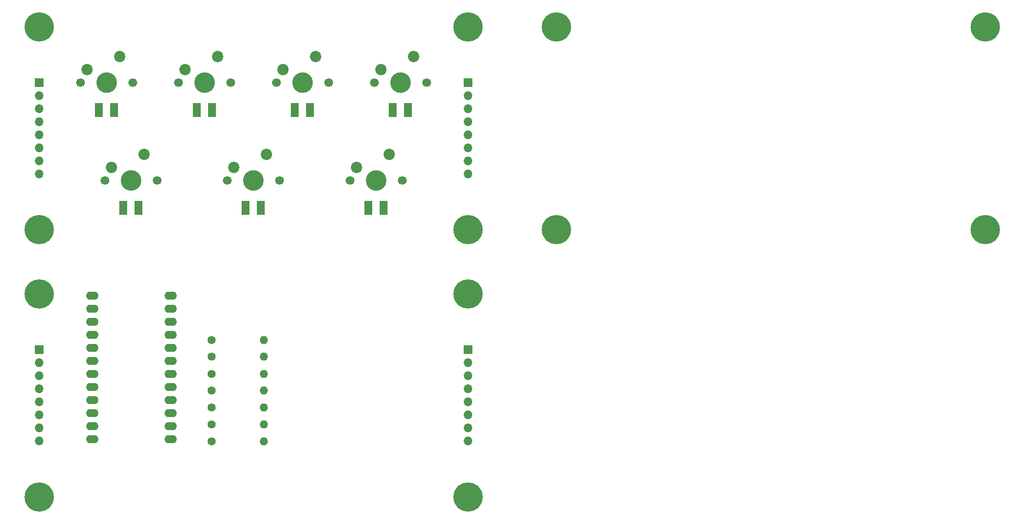
<source format=gbr>
%TF.GenerationSoftware,KiCad,Pcbnew,7.0.8*%
%TF.CreationDate,2023-10-31T17:03:34+08:00*%
%TF.ProjectId,MacroKeypad,4d616372-6f4b-4657-9970-61642e6b6963,rev?*%
%TF.SameCoordinates,Original*%
%TF.FileFunction,Soldermask,Bot*%
%TF.FilePolarity,Negative*%
%FSLAX46Y46*%
G04 Gerber Fmt 4.6, Leading zero omitted, Abs format (unit mm)*
G04 Created by KiCad (PCBNEW 7.0.8) date 2023-10-31 17:03:34*
%MOMM*%
%LPD*%
G01*
G04 APERTURE LIST*
%ADD10C,1.700000*%
%ADD11C,4.000000*%
%ADD12C,2.200000*%
%ADD13R,1.524000X2.700000*%
%ADD14C,3.600000*%
%ADD15C,5.700000*%
%ADD16C,1.600000*%
%ADD17O,1.600000X1.600000*%
%ADD18R,1.700000X1.700000*%
%ADD19O,1.700000X1.700000*%
%ADD20O,2.400000X1.600000*%
G04 APERTURE END LIST*
D10*
%TO.C,SW2*%
X90170000Y-53340000D03*
D11*
X95250000Y-53340000D03*
D10*
X100330000Y-53340000D03*
D12*
X97790000Y-48260000D03*
X91440000Y-50800000D03*
D13*
X93725500Y-58694000D03*
X96700500Y-58694000D03*
%TD*%
D14*
%TO.C,REF\u002A\u002A*%
X63063000Y-81989000D03*
D15*
X63063000Y-81989000D03*
%TD*%
D16*
%TO.C,R6*%
X96660000Y-106684000D03*
D17*
X106820000Y-106684000D03*
%TD*%
D14*
%TO.C,REF\u002A\u002A*%
X146463000Y-42489000D03*
D15*
X146463000Y-42489000D03*
%TD*%
D10*
%TO.C,SW4*%
X128270000Y-53340000D03*
D11*
X133350000Y-53340000D03*
D10*
X138430000Y-53340000D03*
D12*
X135890000Y-48260000D03*
X129540000Y-50800000D03*
D13*
X131825500Y-58694000D03*
X134800500Y-58694000D03*
%TD*%
D14*
%TO.C,REF\u002A\u002A*%
X146463000Y-133989000D03*
D15*
X146463000Y-133989000D03*
%TD*%
D14*
%TO.C,REF\u002A\u002A*%
X247039000Y-81989000D03*
D15*
X247039000Y-81989000D03*
%TD*%
D14*
%TO.C,REF\u002A\u002A*%
X146463000Y-81989000D03*
D15*
X146463000Y-81989000D03*
%TD*%
D14*
%TO.C,REF\u002A\u002A*%
X63063000Y-133989000D03*
D15*
X63063000Y-133989000D03*
%TD*%
D14*
%TO.C,REF\u002A\u002A*%
X63063000Y-42489000D03*
D15*
X63063000Y-42489000D03*
%TD*%
D16*
%TO.C,R5*%
X96660000Y-110018000D03*
D17*
X106820000Y-110018000D03*
%TD*%
D10*
%TO.C,SW1*%
X71120000Y-53340000D03*
D11*
X76200000Y-53340000D03*
D10*
X81280000Y-53340000D03*
D12*
X78740000Y-48260000D03*
X72390000Y-50800000D03*
D13*
X74675500Y-58694000D03*
X77650500Y-58694000D03*
%TD*%
D14*
%TO.C,REF\u002A\u002A*%
X163639000Y-42489000D03*
D15*
X163639000Y-42489000D03*
%TD*%
D10*
%TO.C,SW5*%
X75876000Y-72390000D03*
D11*
X80956000Y-72390000D03*
D10*
X86036000Y-72390000D03*
D12*
X83496000Y-67310000D03*
X77146000Y-69850000D03*
D13*
X79431500Y-77744000D03*
X82406500Y-77744000D03*
%TD*%
D14*
%TO.C,REF\u002A\u002A*%
X247039000Y-42489000D03*
D15*
X247039000Y-42489000D03*
%TD*%
D16*
%TO.C,R7*%
X96660000Y-103438000D03*
D17*
X106820000Y-103438000D03*
%TD*%
D10*
%TO.C,SW3*%
X109220000Y-53340000D03*
D11*
X114300000Y-53340000D03*
D10*
X119380000Y-53340000D03*
D12*
X116840000Y-48260000D03*
X110490000Y-50800000D03*
D13*
X112775500Y-58694000D03*
X115750500Y-58694000D03*
%TD*%
D16*
%TO.C,R3*%
X96660000Y-116598000D03*
D17*
X106820000Y-116598000D03*
%TD*%
D14*
%TO.C,REF\u002A\u002A*%
X63063000Y-94489000D03*
D15*
X63063000Y-94489000D03*
%TD*%
D18*
%TO.C,J4*%
X146463000Y-105340000D03*
D19*
X146463000Y-107880000D03*
X146463000Y-110420000D03*
X146463000Y-112960000D03*
X146463000Y-115500000D03*
X146463000Y-118040000D03*
X146463000Y-120580000D03*
X146463000Y-123120000D03*
%TD*%
D14*
%TO.C,REF\u002A\u002A*%
X146463000Y-94489000D03*
D15*
X146463000Y-94489000D03*
%TD*%
D18*
%TO.C,J2*%
X63063000Y-105340000D03*
D19*
X63063000Y-107880000D03*
X63063000Y-110420000D03*
X63063000Y-112960000D03*
X63063000Y-115500000D03*
X63063000Y-118040000D03*
X63063000Y-120580000D03*
X63063000Y-123120000D03*
%TD*%
D16*
%TO.C,R1*%
X96660000Y-123178000D03*
D17*
X106820000Y-123178000D03*
%TD*%
D10*
%TO.C,SW6*%
X99688000Y-72390000D03*
D11*
X104768000Y-72390000D03*
D10*
X109848000Y-72390000D03*
D12*
X107308000Y-67310000D03*
X100958000Y-69850000D03*
D13*
X103243500Y-77744000D03*
X106218500Y-77744000D03*
%TD*%
D14*
%TO.C,REF\u002A\u002A*%
X163639000Y-81989000D03*
D15*
X163639000Y-81989000D03*
%TD*%
D20*
%TO.C,U1*%
X73443000Y-94811500D03*
X73443000Y-97351500D03*
X73443000Y-99891500D03*
X73443000Y-102431500D03*
X73443000Y-104971500D03*
X73443000Y-107511500D03*
X73443000Y-110051500D03*
X73443000Y-112591500D03*
X73443000Y-115131500D03*
X73443000Y-117671500D03*
X73443000Y-120211500D03*
X73443000Y-122751500D03*
X88683000Y-122751500D03*
X88683000Y-120211500D03*
X88683000Y-117671500D03*
X88683000Y-115131500D03*
X88683000Y-112591500D03*
X88683000Y-110051500D03*
X88683000Y-107511500D03*
X88683000Y-104971500D03*
X88683000Y-102431500D03*
X88683000Y-99891500D03*
X88683000Y-97351500D03*
X88683000Y-94811500D03*
%TD*%
D10*
%TO.C,SW7*%
X123501000Y-72390000D03*
D11*
X128581000Y-72390000D03*
D10*
X133661000Y-72390000D03*
D12*
X131121000Y-67310000D03*
X124771000Y-69850000D03*
D13*
X127056500Y-77744000D03*
X130031500Y-77744000D03*
%TD*%
D16*
%TO.C,R2*%
X96660000Y-119888000D03*
D17*
X106820000Y-119888000D03*
%TD*%
D16*
%TO.C,R4*%
X96660000Y-113308000D03*
D17*
X106820000Y-113308000D03*
%TD*%
D18*
%TO.C,J3*%
X146463000Y-53340000D03*
D19*
X146463000Y-55880000D03*
X146463000Y-58420000D03*
X146463000Y-60960000D03*
X146463000Y-63500000D03*
X146463000Y-66040000D03*
X146463000Y-68580000D03*
X146463000Y-71120000D03*
%TD*%
D18*
%TO.C,J1*%
X63063000Y-53340000D03*
D19*
X63063000Y-55880000D03*
X63063000Y-58420000D03*
X63063000Y-60960000D03*
X63063000Y-63500000D03*
X63063000Y-66040000D03*
X63063000Y-68580000D03*
X63063000Y-71120000D03*
%TD*%
M02*

</source>
